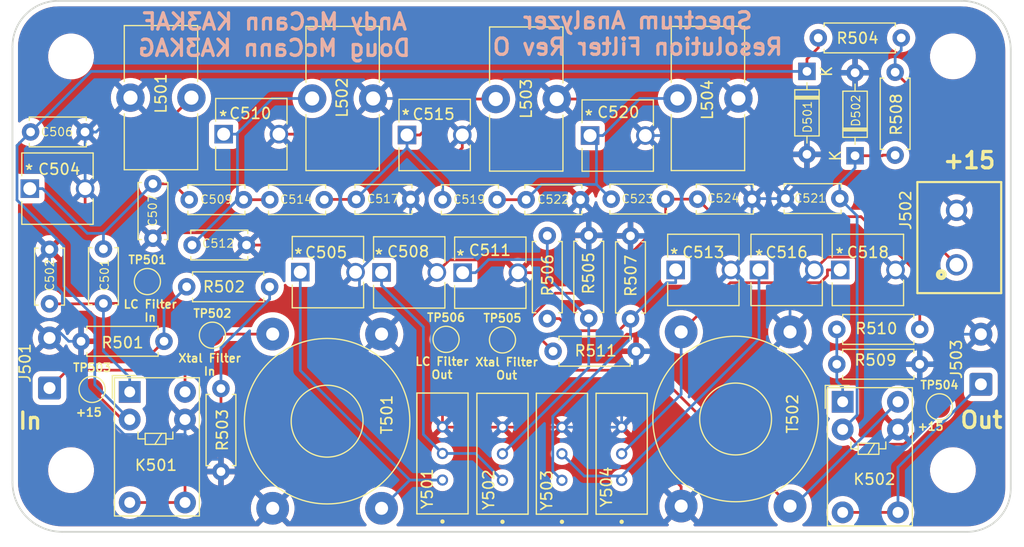
<source format=kicad_pcb>
(kicad_pcb (version 20211014) (generator pcbnew)

  (general
    (thickness 1.6)
  )

  (paper "USLetter")
  (title_block
    (title "Spectrum Analyzer Resolution Filter")
    (date "2022-07-30")
    (rev "0")
    (company "Andy McCann KA3KAF Doug McCann KA3KAG")
    (comment 2 "Wes Hayward W7ZOI")
    (comment 3 "Original Design By")
  )

  (layers
    (0 "F.Cu" signal)
    (31 "B.Cu" signal)
    (32 "B.Adhes" user "B.Adhesive")
    (33 "F.Adhes" user "F.Adhesive")
    (34 "B.Paste" user)
    (35 "F.Paste" user)
    (36 "B.SilkS" user "B.Silkscreen")
    (37 "F.SilkS" user "F.Silkscreen")
    (38 "B.Mask" user)
    (39 "F.Mask" user)
    (40 "Dwgs.User" user "User.Drawings")
    (41 "Cmts.User" user "User.Comments")
    (42 "Eco1.User" user "User.Eco1")
    (43 "Eco2.User" user "User.Eco2")
    (44 "Edge.Cuts" user)
    (45 "Margin" user)
    (46 "B.CrtYd" user "B.Courtyard")
    (47 "F.CrtYd" user "F.Courtyard")
    (48 "B.Fab" user)
    (49 "F.Fab" user)
    (50 "User.1" user)
    (51 "User.2" user)
    (52 "User.3" user)
    (53 "User.4" user)
    (54 "User.5" user)
    (55 "User.6" user)
    (56 "User.7" user)
    (57 "User.8" user)
    (58 "User.9" user)
  )

  (setup
    (stackup
      (layer "F.SilkS" (type "Top Silk Screen"))
      (layer "F.Paste" (type "Top Solder Paste"))
      (layer "F.Mask" (type "Top Solder Mask") (thickness 0.01))
      (layer "F.Cu" (type "copper") (thickness 0.035))
      (layer "dielectric 1" (type "core") (thickness 1.51) (material "FR4") (epsilon_r 4.5) (loss_tangent 0.02))
      (layer "B.Cu" (type "copper") (thickness 0.035))
      (layer "B.Mask" (type "Bottom Solder Mask") (thickness 0.01))
      (layer "B.Paste" (type "Bottom Solder Paste"))
      (layer "B.SilkS" (type "Bottom Silk Screen"))
      (copper_finish "None")
      (dielectric_constraints no)
    )
    (pad_to_mask_clearance 0)
    (grid_origin 101.6 111.76)
    (pcbplotparams
      (layerselection 0x0000030_7ffffffe)
      (disableapertmacros false)
      (usegerberextensions false)
      (usegerberattributes true)
      (usegerberadvancedattributes true)
      (creategerberjobfile true)
      (svguseinch false)
      (svgprecision 6)
      (excludeedgelayer true)
      (plotframeref false)
      (viasonmask false)
      (mode 1)
      (useauxorigin false)
      (hpglpennumber 1)
      (hpglpenspeed 20)
      (hpglpendiameter 15.000000)
      (dxfpolygonmode true)
      (dxfimperialunits false)
      (dxfusepcbnewfont true)
      (psnegative false)
      (psa4output false)
      (plotreference true)
      (plotvalue false)
      (plotinvisibletext false)
      (sketchpadsonfab false)
      (subtractmaskfromsilk false)
      (outputformat 3)
      (mirror false)
      (drillshape 0)
      (scaleselection 1)
      (outputdirectory "")
    )
  )

  (net 0 "")
  (net 1 "Net-(C501-Pad1)")
  (net 2 "Net-(C501-Pad2)")
  (net 3 "GND")
  (net 4 "/501-in")
  (net 5 "Net-(C509-Pad2)")
  (net 6 "Net-(C514-Pad2)")
  (net 7 "Net-(C519-Pad2)")
  (net 8 "/502-in")
  (net 9 "Net-(C523-Pad2)")
  (net 10 "Net-(K502-Pad1)")
  (net 11 "/VIn")
  (net 12 "Net-(C503-Pad3)")
  (net 13 "Net-(J503-Pad1)")
  (net 14 "Net-(K501-Pad5)")
  (net 15 "Net-(K501-Pad10)")
  (net 16 "Net-(K502-Pad10)")
  (net 17 "Net-(C511-Pad1)")
  (net 18 "Net-(C513-Pad1)")
  (net 19 "Net-(C505-Pad1)")
  (net 20 "Net-(C508-Pad1)")
  (net 21 "Net-(C516-Pad1)")
  (net 22 "Net-(C518-Pad1)")

  (footprint "resolution-filters:GKG60015" (layer "F.Cu") (at 162.0359 88.1125))

  (footprint "resolution-filters:GKG60015" (layer "F.Cu") (at 120.5169 75.6412))

  (footprint "Inductor_THT:L_Toroid_Vertical_L13.0mm_W6.5mm_P5.60mm" (layer "F.Cu") (at 117.5572 72.2884 -90))

  (footprint "Resistor_THT:R_Axial_DIN0207_L6.3mm_D2.5mm_P7.62mm_Horizontal" (layer "F.Cu") (at 176.8348 96.774))

  (footprint "MountingHole:MountingHole_3.2mm_M3" (layer "F.Cu") (at 187.5 68.5))

  (footprint "Resistor_THT:R_Axial_DIN0207_L6.3mm_D2.5mm_P7.62mm_Horizontal" (layer "F.Cu") (at 115.0366 94.6658 180))

  (footprint "TestPoint:TestPoint_Pad_D2.0mm" (layer "F.Cu") (at 140.9446 94.488))

  (footprint "MountingHole:MountingHole_3.2mm_M3" (layer "F.Cu") (at 106.5 106.5))

  (footprint "resolution-filters:GKG60015" (layer "F.Cu") (at 169.6875 88.1125))

  (footprint "resolution-filters:GKG60015" (layer "F.Cu") (at 135.0203 88.3412))

  (footprint "Resistor_THT:R_Axial_DIN0207_L6.3mm_D2.5mm_P7.62mm_Horizontal" (layer "F.Cu") (at 175.133 66.802))

  (footprint "TestPoint:TestPoint_Pad_D2.0mm" (layer "F.Cu") (at 108.4326 99.0854))

  (footprint "Inductor_THT:L_Toroid_Vertical_L13.0mm_W6.5mm_P5.60mm" (layer "F.Cu") (at 145.5106 72.4154 90))

  (footprint "Capacitor_THT:C_Disc_D5.0mm_W2.5mm_P5.00mm" (layer "F.Cu") (at 102.783 75.438))

  (footprint "resolution-filters:GKG60015" (layer "F.Cu") (at 154.1719 75.7682))

  (footprint "Resistor_THT:R_Axial_DIN0207_L6.3mm_D2.5mm_P7.62mm_Horizontal" (layer "F.Cu") (at 120.269 99.0092 -90))

  (footprint "resolution-filters:GKG60015" (layer "F.Cu") (at 137.3571 75.7174))

  (footprint "TestPoint:TestPoint_Pad_D2.0mm" (layer "F.Cu") (at 119.4816 94.107))

  (footprint "Inductor_THT:L_Toroid_Vertical_L13.0mm_W6.5mm_P5.60mm" (layer "F.Cu") (at 128.645 72.3646 90))

  (footprint "Capacitor_THT:C_Disc_D5.0mm_W2.5mm_P5.00mm" (layer "F.Cu") (at 164.0478 81.6102))

  (footprint "Capacitor_THT:C_Disc_D5.0mm_W2.5mm_P5.00mm" (layer "F.Cu") (at 177.1142 81.5594 180))

  (footprint "resolution-filters:XTAL_ECS-10.7-7.5B" (layer "F.Cu") (at 151.5872 104.9959 90))

  (footprint "Resistor_THT:R_Axial_DIN0207_L6.3mm_D2.5mm_P7.62mm_Horizontal" (layer "F.Cu") (at 150.7744 95.5802))

  (footprint "Connector_Wire:SolderWire-0.5sqmm_1x02_P4.6mm_D0.9mm_OD2.1mm" (layer "F.Cu") (at 104.521 98.961 90))

  (footprint "Resistor_THT:R_Axial_DIN0207_L6.3mm_D2.5mm_P7.62mm_Horizontal" (layer "F.Cu") (at 150.241 84.963 -90))

  (footprint "Resistor_THT:R_Axial_DIN0207_L6.3mm_D2.5mm_P7.62mm_Horizontal" (layer "F.Cu") (at 117.1194 89.662))

  (footprint "Capacitor_THT:C_Disc_D5.0mm_W2.5mm_P5.00mm" (layer "F.Cu") (at 148.2998 81.661))

  (footprint "Transformer_THT:Transformer_Toroid_Horizontal_D14.0mm_Amidon-T50" (layer "F.Cu") (at 125.0188 94.0054 -90))

  (footprint "resolution-filters:GKG60015" (layer "F.Cu") (at 127.5527 88.3158))

  (footprint "Capacitor_THT:C_Disc_D5.0mm_W2.5mm_P5.00mm" (layer "F.Cu") (at 117.3518 81.6609))

  (footprint "Capacitor_THT:C_Disc_D5.0mm_W2.5mm_P5.00mm" (layer "F.Cu") (at 124.7587 81.6609))

  (footprint "Capacitor_THT:C_Disc_D5.0mm_W2.5mm_P5.00mm" (layer "F.Cu") (at 114.0206 80.2024 -90))

  (footprint "Capacitor_THT:C_Disc_D5.0mm_W2.5mm_P5.00mm" (layer "F.Cu") (at 117.6166 85.8266))

  (footprint "resolution-filters:XTAL_ECS-10.7-7.5B" (layer "F.Cu") (at 157.0736 104.9959 90))

  (footprint "MountingHole:MountingHole_3.2mm_M3" (layer "F.Cu") (at 106.5 68.5))

  (footprint "Capacitor_THT:C_Disc_D5.0mm_W2.5mm_P5.00mm" (layer "F.Cu") (at 132.6934 81.6356))

  (footprint "Resistor_THT:R_Axial_DIN0207_L6.3mm_D2.5mm_P7.62mm_Horizontal" (layer "F.Cu") (at 157.8864 92.6084 90))

  (footprint "Capacitor_THT:C_Disc_D5.0mm_W2.5mm_P5.00mm" (layer "F.Cu") (at 109.474 86.186 -90))

  (footprint "Transformer_THT:Transformer_Toroid_Horizontal_D14.0mm_Amidon-T50" (layer "F.Cu")
    (tedit 5A030845) (tstamp 9f3d2cc0-f3c9-43ae-a698-44b5b7291388)
    (at 172.5384 109.8032 90)
    (descr "Transformer, Toroid, horizontal, laying, Diameter 14mm, Amidon T50,")
    (tags "Transformer Toroid horizontal laying Diameter 14mm Amidon T50 ")
    (property "Sheetfile" "resolution-filters.kicad_sch")
    (property "Sheetname" "")
    (path "/07ac3fad-8f3c-4068-ae53-91e4dc181eee")
    (attr through_hole)
    (fp_text reference "T502" (at 8.4826 0.2324 90) (layer "F.SilkS")
      (effects (font (size 1 1) (thickness 0.15)))
      (tstamp 649277a2-6e2b-4262-a6c6-c9a8ef2a7ee8)
    )
    (fp_text value "Transformer_1P_1S" (at 8 3.8 90) (layer "F.Fab")
      (effects (font (size 1 1) (thickness 0.15)))
      (tstamp a6528e16-b2cf-4fa0-abf2-c198ce1ff749)
    )
    (fp_text user "${REFERENCE}" (at 8 -5 90) (layer "F.Fab")
      (effects (font (size 1 1) (thickness 0.15)))
      (tstamp 027c7885-0bb1-4c38-a64e-c9fa87dcdc87)
    )
    (fp_circle (center 8 -5) (end 8 -8.3) (layer "F.SilkS") (width 0.12) (fill none) (tstamp 8e81c621-2c3b-49ec-b447-281a28afe05f))
    (fp_circle (center 8 -5) (end 8 -12.6) (layer "F.SilkS") (width 0.12) (fill none) (tstamp ac121832-7c26-46fc-9cb5-8c5d4384ad6e))
    (fp_line (start -1.75 -12.75) (end 17.75 -12.75) (layer "F.CrtYd") (width 0.05) (tstamp 72c6bc85-a6bb-4dcb-8c47-f5190f848476))
    (fp_line (start 17.75 2.75) (end 17.75 -12.75) (layer "F.CrtYd") (width 0.05) (tstamp ab2fd619-8d1c-4f03-be69-e48100c05112))
    (fp_line (start 17.75 2.75) (end -1.75 2.75) (layer "F.CrtYd") (width 0.05) (tstamp cba83d69-28d2-4f8e-9b44-6b54617b7236))
    (fp_line (start -1.75 -12.75) (end -1.75 2.75) (layer "F.CrtYd") (width 0.05) (tstamp ec86460e-2592-4a2d-8b83-a010e8ded213))
    (fp_line (start 6.4 -12.3) (end 8.6 -8.5) (layer "F.Fab") (width 0.1) (tstamp 2f8e30ba-7a1a-4482-99d8-b4e02bb30af9))
    (fp_line (start 8.6 -8.5) (end 9.8 -12.1) (layer "F.Fab") (width 0.1) (tstamp 3a1aedb3-ff72-4bf3-90c3-d6ba74255b3e))
    (fp_line (start 5 -3.1) (end 2.9 0.4) (layer "F.Fab") (width 0.1) (tstamp 3bee4640-ef1d-41b2-8480-7114d68cd314))
    (fp_line (start 9.8 -12.1) (end 10.3 -7.6) (layer "F.Fab") (width 0.1) (tstamp 3f6759c9-d7a7-4210-9164-23bc20e86cca))
    (fp_line (start 8.3 -1.6) (end 10.2 2) (layer "F.Fab") (width 0.1) (tstamp 3f9ec220-4284-4016-b2e5-722c4971ddc4))
    (fp_line (start 1.6 -1.1) (end 5 -3.1) (layer "F.Fab") (width 0.1) (tstamp 43ce8df5-002f-425f-aeee-9819e886e225))
    (fp_line (start 2.9 0.4) (end 6.3 -1.9) (layer "F.Fab") (width 0.1) (tstamp 599d2c02-68da-4df0-a5b5-9ef49df396f5))
    (fp_line (start 13.9 -1) (end 14.2 -0.9) (layer "F.Fab") (width 0.1) (tstamp 64842db1-f184-4d86-8836-053a00cc5739))
    (fp_line (start 6 2.2) (end 8.3 -1.6) (layer "F.Fab") (width 0.1) (tstamp 7bc717a3-c02d-43cd-93fe-99b730bf26f4))
    (fp_line (start 10.2 2) (end 10.2 -2.3) (layer "F.Fab") (width 0.1) (tstamp 9736d5c4-94cc-464a-944a-155d6335b92d))
    (fp_line (start 10.2 -2.3) (end 13.9 -1) (layer "F.Fab") (width 0.1) (tstamp 98ae59b4-f7a7-4ac5-a9df-1374de21c2dc))
    (fp_line (start 12.8 -10.6) (end 11 -6.7) (layer "F.Fab") (width 0.1) (tstamp b6fae467-7ea3-4bf7-90f2-e9e8268975ae))
    (fp_line (start 6.3 -1.9) (end 6 2.2) (layer "F.Fab") (width 0.1) (tstamp c482843b-c720-461a-9a57-93f203faa3a3))
    (fp_line (start 10.3 -7.6) (end 12.8 -10.6) (layer "F.Fab") (width 0.1) (tstamp c590d272-2bb5-44c1-ad1b-02f64c1d3fc6))
    (fp_line (start 5.2 -7) (end 3.5 -11) (layer "F.Fab") (width 0.1) (tstamp c8419e51-59d5-46cf-be5f-e2ea4e6c5b35))
    (fp_line (start 3.5 -11) (end 6.9 -8.2) (layer "F.Fab") (width 0.1) (tstamp caf258d5-9803-4440-b63a-ca2bcb9bedac))
    (fp_line (start 11 -6.7) (end 14.3 -8.7) (layer "F.Fab") (width 0.1) (tstamp e15a6b73-d194-4099-99a2-95b4b4a27909))
    (fp_line (start 6.9 -8.2) (end 6.4 -12.3) (layer "F.Fab") (width 0.1) (tstamp f40b48dc-207c-4571-a6d1-570684589fae))
    (fp_line (start 1.6 -8.9) (end 5.2 -7) (layer "F.Fab") (width 0.1) (tstamp ffb7cb4d-8a77-47e9-aad6-9ca1abf2f551))
    (fp_circle (center 8 -5) (end 15.5 -5) (layer "F.Fab") (width 0.1) (fill none) (tstamp 55c129cc-e9b4-4068-8bdf-4579aa79ff5b))
    (fp_circle (center 8 -5) (end 11.4 -5) (layer "F.Fab") (width 0.1) (fill none) (tstamp d19e5f15-746a-4ca4-a741-c6b968ba5d80))
    (pad "1" thru_hole circle (at 0 0 90) (size 3 3) (drill 1.2) (layers *.Cu *.Mask)
      (net 16 "Net-(K502-Pad10)") (pinfunction "AA") (pintype "passive") (tstamp b21845d4-ed70-444f-9a81-3443d59fbf67))
    (pad "2" thru_hole circle (at 16 0 90) (size 3 3) (drill 1.2) (layers *.Cu *.Mask)
      (net 3 "GND") (pinfunction "AB") (pintype "passive") (tstamp e0919e36-c428-478d-b97d-7680206ea23c))
    (pad "3" thru_hole circle (at 0 -10 90) (size 3 3) (drill 1.2) (layers *.Cu *.Mask)
      (net 3 "GND") (pinfunction "SA") (pintype "passive") (tstamp 1794f5ba-0ff7-40da-a0df-ec04eceee843))
    (pad "4" thru_hole circle (at 16 -10 90) (size 3 3) (drill 1.2) (layers *.Cu *.Mask)
      (net 22 "Net-(C518-Pad1)") (pinfunction "SB") (pintype "passive") (tstamp c77535af-48a1-4e1b-9e5b-7314eb2d8380))
    (model "${KIPRJMOD}/resolution-filters-models/resolution-filters-3D/L_To
... [1024268 chars truncated]
</source>
